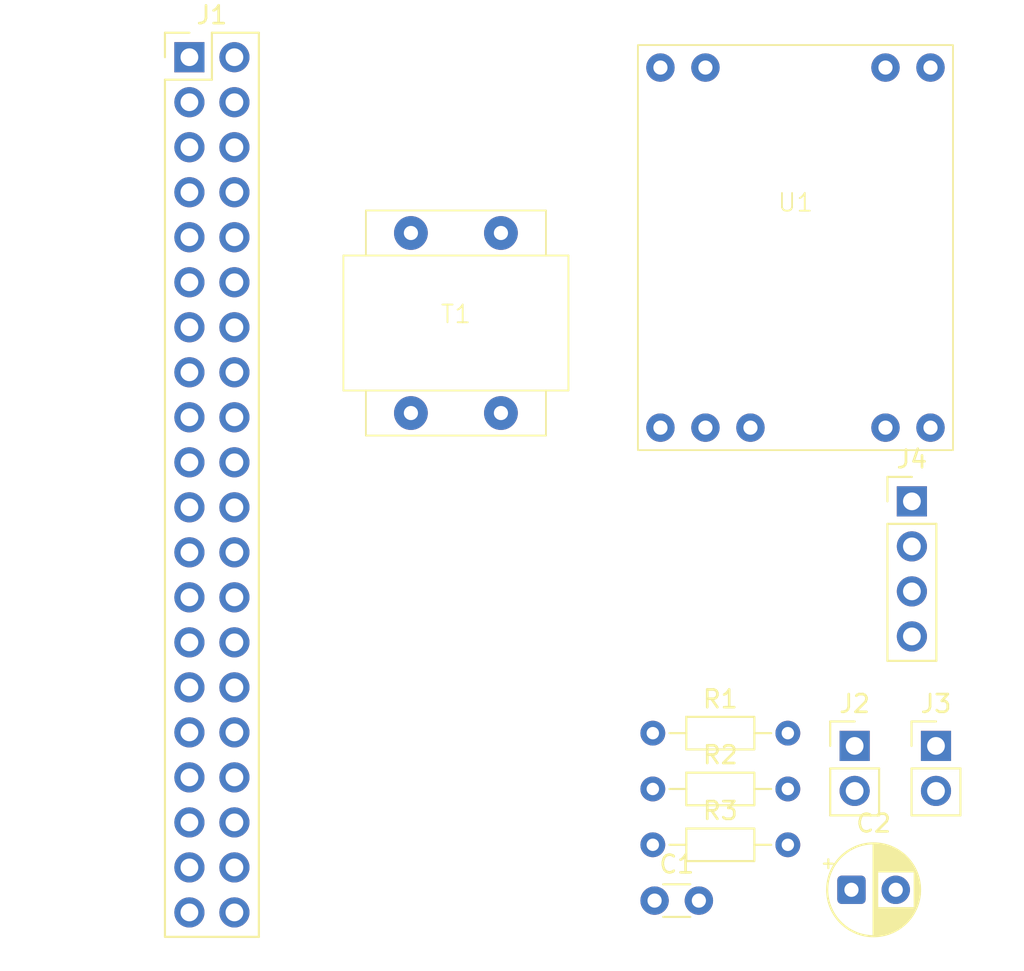
<source format=kicad_pcb>
(kicad_pcb (version 20241229) (generator "pcbnew") (generator_version "9.0")
  (layers (0 "F.Cu" signal) (2 "B.Cu" signal) (13 "F.Paste" user) (15 "B.Paste" user) (5 "F.SilkS" user "F.Silkscreen") (7 "B.SilkS" user "B.Silkscreen") (1 "F.Mask" user) (3 "B.Mask" user) (25 "Edge.Cuts" user))
  (net 0 "")
  (net 1 "GND")
  (net 2 "Net-(C1-Pad1)")
  (net 3 "Net-(U1-GND)_1")
  (net 5 "Net-(J1-Pin_18)")
  (net 14 "Net-(J1-Pin_16)")
  (net 22 "+5V")
  (net 43 "Net-(J2-Pin_1)")
  (net 44 "Net-(J3-Pin_2)")
  (net 45 "Net-(J3-Pin_1)")
  (net 46 "Net-(T1-SB)")
  (net 47 "Net-(U1-GND)")
  (net 48 "Net-(T1-SA)")
  (footprint "Resistor_THT:R_Axial_DIN0204_L3.6mm_D1.6mm_P7.62mm_Horizontal" (layer "F.Cu") (at 136.150225 115.214)
    (property "Reference" "R2" (at 3.81 -1.92 0) (layer "F.SilkS"))
    (property "Value" "R")
    (fp_line (start 0.94 0) (end 1.89 0) (stroke (width 0.12)) (layer "F.SilkS"))
    (fp_line (start 6.68 0) (end 5.73 0) (stroke (width 0.12)) (layer "F.SilkS"))
    (fp_rect (start 1.89 -0.92) (end 5.73 0.92) (stroke (width 0.12)) (fill no) (layer "F.SilkS"))
    (pad "1" thru_hole circle (at 0 0) (size 1.4 1.4) (drill 0.7) (layers "*.Cu" "*.Mask") (net 1 "GND"))
    (pad "2" thru_hole circle (at 7.62 0) (size 1.4 1.4) (drill 0.7) (layers "*.Cu" "*.Mask") (net 3 "Net-(U1-GND)_1"))
  )
  (footprint "Connector_PinHeader_2.54mm:PinHeader_1x02_P2.54mm_Vertical" (layer "F.Cu") (at 152.130225 112.784)
    (property "Reference" "J3" (at 0 -2.38 0) (layer "F.SilkS"))
    (property "Value" "Speaker")
    (fp_line (start -1.38 -1.38) (end 0 -1.38) (stroke (width 0.12)) (layer "F.SilkS"))
    (fp_line (start -1.38 0) (end -1.38 -1.38) (stroke (width 0.12)) (layer "F.SilkS"))
    (fp_line (start -1.38 1.27) (end -1.38 3.92) (stroke (width 0.12)) (layer "F.SilkS"))
    (fp_line (start -1.38 1.27) (end 1.38 1.27) (stroke (width 0.12)) (layer "F.SilkS"))
    (fp_line (start -1.38 3.92) (end 1.38 3.92) (stroke (width 0.12)) (layer "F.SilkS"))
    (fp_line (start 1.38 1.27) (end 1.38 3.92) (stroke (width 0.12)) (layer "F.SilkS"))
    (pad "1" thru_hole rect (at 0 0) (size 1.7 1.7) (drill 1) (layers "*.Cu" "*.Mask") (net 45 "Net-(J3-Pin_1)"))
    (pad "2" thru_hole circle (at 0 2.54) (size 1.7 1.7) (drill 1) (layers "*.Cu" "*.Mask") (net 44 "Net-(J3-Pin_2)"))
  )
  (footprint "JailLab:Audio Isolator" (layer "F.Cu") (at 125.04 88.92)
    (property "Reference" "T1" (at 0 -0.5 0) (layer "F.SilkS") (effects (font (thickness 0.1))))
    (property "Value" "Audio_Isolator")
    (fp_line (start -6.35 -3.81) (end -6.35 -3.81) (stroke (width 0.1)) (layer "F.SilkS"))
    (fp_line (start -6.35 3.81) (end -6.35 -3.81) (stroke (width 0.1)) (layer "F.SilkS"))
    (fp_line (start -5.08 -6.35) (end 5.08 -6.35) (stroke (width 0.1)) (layer "F.SilkS"))
    (fp_line (start -5.08 -3.81) (end -5.08 -6.35) (stroke (width 0.1)) (layer "F.SilkS"))
    (fp_line (start -5.08 3.81) (end -5.08 6.35) (stroke (width 0.1)) (layer "F.SilkS"))
    (fp_line (start -5.08 6.35) (end 5.08 6.35) (stroke (width 0.1)) (layer "F.SilkS"))
    (fp_line (start 5.08 -6.35) (end 5.08 -3.81) (stroke (width 0.1)) (layer "F.SilkS"))
    (fp_line (start 5.08 6.35) (end 5.08 3.81) (stroke (width 0.1)) (layer "F.SilkS"))
    (fp_line (start 6.35 -3.81) (end -6.35 -3.81) (stroke (width 0.1)) (layer "F.SilkS"))
    (fp_line (start 6.35 -3.81) (end 6.35 -3.81) (stroke (width 0.1)) (layer "F.SilkS"))
    (fp_line (start 6.35 -3.81) (end 6.35 3.81) (stroke (width 0.1)) (layer "F.SilkS"))
    (fp_line (start 6.35 3.81) (end -6.35 3.81) (stroke (width 0.1)) (layer "F.SilkS"))
    (pad "1" thru_hole circle (at 2.54 -5.08) (size 1.905 1.905) (drill 0.8) (layers "*.Cu" "*.Mask") (net 14 "Net-(J1-Pin_16)"))
    (pad "2" thru_hole circle (at -2.54 -5.08) (size 1.905 1.905) (drill 0.8) (layers "*.Cu" "*.Mask") (net 1 "GND"))
    (pad "3" thru_hole circle (at -2.54 5.08) (size 1.905 1.905) (drill 0.8) (layers "*.Cu" "*.Mask") (net 48 "Net-(T1-SA)"))
    (pad "4" thru_hole circle (at 2.54 5.08) (size 1.905 1.905) (drill 0.8) (layers "*.Cu" "*.Mask") (net 46 "Net-(T1-SB)"))
  )
  (footprint "JailLab:PAM8403 Module" (layer "F.Cu") (at 144.200225 84.664)
    (property "Reference" "U1" (at 0 -2.54 0) (layer "F.SilkS") (effects (font (thickness 0.1))))
    (property "Value" "~")
    (fp_rect (start -8.89 -11.43) (end 8.89 11.43) (stroke (width 0.1)) (fill no) (layer "F.SilkS"))
    (pad "1" thru_hole circle (at -7.62 10.16) (size 1.6 1.6) (drill 0.8) (layers "*.Cu" "*.Mask") (net 3 "Net-(U1-GND)_1"))
    (pad "2" thru_hole circle (at -5.08 10.16) (size 1.6 1.6) (drill 0.8) (layers "*.Cu" "*.Mask") (net 48 "Net-(T1-SA)"))
    (pad "3" thru_hole circle (at -2.54 10.16) (size 1.6 1.6) (drill 0.8) (layers "*.Cu" "*.Mask"))
    (pad "4" thru_hole circle (at 5.08 10.16) (size 1.6 1.6) (drill 0.8) (layers "*.Cu" "*.Mask") (net 22 "+5V"))
    (pad "5" thru_hole circle (at 7.62 10.16) (size 1.6 1.6) (drill 0.8) (layers "*.Cu" "*.Mask") (net 1 "GND"))
    (pad "6" thru_hole circle (at -7.62 -10.16) (size 1.6 1.6) (drill 0.8) (layers "*.Cu" "*.Mask") (net 44 "Net-(J3-Pin_2)"))
    (pad "7" thru_hole circle (at -5.08 -10.16) (size 1.6 1.6) (drill 0.8) (layers "*.Cu" "*.Mask") (net 47 "Net-(U1-GND)"))
    (pad "8" thru_hole circle (at 5.08 -10.16) (size 1.6 1.6) (drill 0.8) (layers "*.Cu" "*.Mask"))
    (pad "9" thru_hole circle (at 7.62 -10.16) (size 1.6 1.6) (drill 0.8) (layers "*.Cu" "*.Mask"))
  )
  (footprint "Connector_PinHeader_2.54mm:PinHeader_1x04_P2.54mm_Vertical" (layer "F.Cu") (at 150.770225 98.984)
    (property "Reference" "J4" (at 0 -2.38 0) (layer "F.SilkS"))
    (property "Value" "To Video Module")
    (fp_line (start -1.38 -1.38) (end 0 -1.38) (stroke (width 0.12)) (layer "F.SilkS"))
    (fp_line (start -1.38 0) (end -1.38 -1.38) (stroke (width 0.12)) (layer "F.SilkS"))
    (fp_line (start -1.38 1.27) (end -1.38 9) (stroke (width 0.12)) (layer "F.SilkS"))
    (fp_line (start -1.38 1.27) (end 1.38 1.27) (stroke (width 0.12)) (layer "F.SilkS"))
    (fp_line (start -1.38 9) (end 1.38 9) (stroke (width 0.12)) (layer "F.SilkS"))
    (fp_line (start 1.38 1.27) (end 1.38 9) (stroke (width 0.12)) (layer "F.SilkS"))
    (pad "1" thru_hole rect (at 0 0) (size 1.7 1.7) (drill 1) (layers "*.Cu" "*.Mask") (net 22 "+5V"))
    (pad "2" thru_hole circle (at 0 2.54) (size 1.7 1.7) (drill 1) (layers "*.Cu" "*.Mask") (net 5 "Net-(J1-Pin_18)"))
    (pad "3" thru_hole circle (at 0 5.08) (size 1.7 1.7) (drill 1) (layers "*.Cu" "*.Mask") (net 1 "GND"))
    (pad "4" thru_hole circle (at 0 7.62) (size 1.7 1.7) (drill 1) (layers "*.Cu" "*.Mask") (net 43 "Net-(J2-Pin_1)"))
  )
  (footprint "Resistor_THT:R_Axial_DIN0204_L3.6mm_D1.6mm_P7.62mm_Horizontal" (layer "F.Cu") (at 136.150225 112.064)
    (property "Reference" "R1" (at 3.81 -1.92 0) (layer "F.SilkS"))
    (property "Value" "R")
    (fp_line (start 0.94 0) (end 1.89 0) (stroke (width 0.12)) (layer "F.SilkS"))
    (fp_line (start 6.68 0) (end 5.73 0) (stroke (width 0.12)) (layer "F.SilkS"))
    (fp_rect (start 1.89 -0.92) (end 5.73 0.92) (stroke (width 0.12)) (fill no) (layer "F.SilkS"))
    (pad "1" thru_hole circle (at 0 0) (size 1.4 1.4) (drill 0.7) (layers "*.Cu" "*.Mask") (net 46 "Net-(T1-SB)"))
    (pad "2" thru_hole circle (at 7.62 0) (size 1.4 1.4) (drill 0.7) (layers "*.Cu" "*.Mask") (net 2 "Net-(C1-Pad1)"))
  )
  (footprint "Connector_PinHeader_2.54mm:PinHeader_2x20_P2.54mm_Vertical" (layer "F.Cu") (at 110 73.92)
    (property "Reference" "J1" (at 1.27 -2.38 0) (layer "F.SilkS"))
    (property "Value" "Conn_02x20_Counter_Clockwise")
    (fp_line (start -1.38 -1.38) (end 0 -1.38) (stroke (width 0.12)) (layer "F.SilkS"))
    (fp_line (start -1.38 0) (end -1.38 -1.38) (stroke (width 0.12)) (layer "F.SilkS"))
    (fp_line (start -1.38 1.27) (end -1.38 49.64) (stroke (width 0.12)) (layer "F.SilkS"))
    (fp_line (start -1.38 1.27) (end 1.27 1.27) (stroke (width 0.12)) (layer "F.SilkS"))
    (fp_line (start -1.38 49.64) (end 3.92 49.64) (stroke (width 0.12)) (layer "F.SilkS"))
    (fp_line (start 1.27 -1.38) (end 3.92 -1.38) (stroke (width 0.12)) (layer "F.SilkS"))
    (fp_line (start 1.27 1.27) (end 1.27 -1.38) (stroke (width 0.12)) (layer "F.SilkS"))
    (fp_line (start 3.92 -1.38) (end 3.92 49.64) (stroke (width 0.12)) (layer "F.SilkS"))
    (pad "1" thru_hole rect (at 0 0) (size 1.7 1.7) (drill 1) (layers "*.Cu" "*.Mask") (net 22 "+5V"))
    (pad "2" thru_hole circle (at 2.54 0) (size 1.7 1.7) (drill 1) (layers "*.Cu" "*.Mask"))
    (pad "3" thru_hole circle (at 0 2.54) (size 1.7 1.7) (drill 1) (layers "*.Cu" "*.Mask") (net 1 "GND"))
    (pad "4" thru_hole circle (at 2.54 2.54) (size 1.7 1.7) (drill 1) (layers "*.Cu" "*.Mask"))
    (pad "5" thru_hole circle (at 0 5.08) (size 1.7 1.7) (drill 1) (layers "*.Cu" "*.Mask"))
    (pad "6" thru_hole circle (at 2.54 5.08) (size 1.7 1.7) (drill 1) (layers "*.Cu" "*.Mask"))
    (pad "7" thru_hole circle (at 0 7.62) (size 1.7 1.7) (drill 1) (layers "*.Cu" "*.Mask"))
    (pad "8" thru_hole circle (at 2.54 7.62) (size 1.7 1.7) (drill 1) (layers "*.Cu" "*.Mask"))
    (pad "9" thru_hole circle (at 0 10.16) (size 1.7 1.7) (drill 1) (layers "*.Cu" "*.Mask"))
    (pad "10" thru_hole circle (at 2.54 10.16) (size 1.7 1.7) (drill 1) (layers "*.Cu" "*.Mask"))
    (pad "11" thru_hole circle (at 0 12.7) (size 1.7 1.7) (drill 1) (layers "*.Cu" "*.Mask"))
    (pad "12" thru_hole circle (at 2.54 12.7) (size 1.7 1.7) (drill 1) (layers "*.Cu" "*.Mask"))
    (pad "13" thru_hole circle (at 0 15.24) (size 1.7 1.7) (drill 1) (layers "*.Cu" "*.Mask"))
    (pad "14" thru_hole circle (at 2.54 15.24) (size 1.7 1.7) (drill 1) (layers "*.Cu" "*.Mask"))
    (pad "15" thru_hole circle (at 0 17.78) (size 1.7 1.7) (drill 1) (layers "*.Cu" "*.Mask"))
    (pad "16" thru_hole circle (at 2.54 17.78) (size 1.7 1.7) (drill 1) (layers "*.Cu" "*.Mask") (net 14 "Net-(J1-Pin_16)"))
    (pad "17" thru_hole circle (at 0 20.32) (size 1.7 1.7) (drill 1) (layers "*.Cu" "*.Mask"))
    (pad "18" thru_hole circle (at 2.54 20.32) (size 1.7 1.7) (drill 1) (layers "*.Cu" "*.Mask") (net 5 "Net-(J1-Pin_18)"))
    (pad "19" thru_hole circle (at 0 22.86) (size 1.7 1.7) (drill 1) (layers "*.Cu" "*.Mask"))
    (pad "20" thru_hole circle (at 2.54 22.86) (size 1.7 1.7) (drill 1) (layers "*.Cu" "*.Mask"))
    (pad "21" thru_hole circle (at 0 25.4) (size 1.7 1.7) (drill 1) (layers "*.Cu" "*.Mask"))
    (pad "22" thru_hole circle (at 2.54 25.4) (size 1.7 1.7) (drill 1) (layers "*.Cu" "*.Mask"))
    (pad "23" thru_hole circle (at 0 27.94) (size 1.7 1.7) (drill 1) (layers "*.Cu" "*.Mask"))
    (pad "24" thru_hole circle (at 2.54 27.94) (size 1.7 1.7) (drill 1) (layers "*.Cu" "*.Mask"))
    (pad "25" thru_hole circle (at 0 30.48) (size 1.7 1.7) (drill 1) (layers "*.Cu" "*.Mask"))
    (pad "26" thru_hole circle (at 2.54 30.48) (size 1.7 1.7) (drill 1) (layers "*.Cu" "*.Mask"))
    (pad "27" thru_hole circle (at 0 33.02) (size 1.7 1.7) (drill 1) (layers "*.Cu" "*.Mask"))
    (pad "28" thru_hole circle (at 2.54 33.02) (size 1.7 1.7) (drill 1) (layers "*.Cu" "*.Mask"))
    (pad "29" thru_hole circle (at 0 35.56) (size 1.7 1.7) (drill 1) (layers "*.Cu" "*.Mask"))
    (pad "30" thru_hole circle (at 2.54 35.56) (size 1.7 1.7) (drill 1) (layers "*.Cu" "*.Mask"))
    (pad "31" thru_hole circle (at 0 38.1) (size 1.7 1.7) (drill 1) (layers "*.Cu" "*.Mask"))
    (pad "32" thru_hole circle (at 2.54 38.1) (size 1.7 1.7) (drill 1) (layers "*.Cu" "*.Mask"))
    (pad "33" thru_hole circle (at 0 40.64) (size 1.7 1.7) (drill 1) (layers "*.Cu" "*.Mask"))
    (pad "34" thru_hole circle (at 2.54 40.64) (size 1.7 1.7) (drill 1) (layers "*.Cu" "*.Mask"))
    (pad "35" thru_hole circle (at 0 43.18) (size 1.7 1.7) (drill 1) (layers "*.Cu" "*.Mask"))
    (pad "36" thru_hole circle (at 2.54 43.18) (size 1.7 1.7) (drill 1) (layers "*.Cu" "*.Mask"))
    (pad "37" thru_hole circle (at 0 45.72) (size 1.7 1.7) (drill 1) (layers "*.Cu" "*.Mask"))
    (pad "38" thru_hole circle (at 2.54 45.72) (size 1.7 1.7) (drill 1) (layers "*.Cu" "*.Mask"))
    (pad "39" thru_hole circle (at 0 48.26) (size 1.7 1.7) (drill 1) (layers "*.Cu" "*.Mask"))
    (pad "40" thru_hole circle (at 2.54 48.26) (size 1.7 1.7) (drill 1) (layers "*.Cu" "*.Mask"))
  )
  (footprint "Capacitor_THT:CP_Radial_D5.0mm_P2.50mm" (layer "F.Cu") (at 147.36 120.904)
    (property "Reference" "C2" (at 1.25 -3.75 0) (layer "F.SilkS"))
    (property "Value" "C_Polarized")
    (fp_line (start -1.554775 -1.475) (end -1.054775 -1.475) (stroke (width 0.12)) (layer "F.SilkS"))
    (fp_line (start -1.304775 -1.725) (end -1.304775 -1.225) (stroke (width 0.12)) (layer "F.SilkS"))
    (fp_line (start 1.25 -2.58) (end 1.25 2.58) (stroke (width 0.12)) (layer "F.SilkS"))
    (fp_line (start 1.29 -2.58) (end 1.29 2.58) (stroke (width 0.12)) (layer "F.SilkS"))
    (fp_line (start 1.33 -2.579) (end 1.33 2.579) (stroke (width 0.12)) (layer "F.SilkS"))
    (fp_line (start 1.37 -2.577) (end 1.37 2.577) (stroke (width 0.12)) (layer "F.SilkS"))
    (fp_line (start 1.41 -2.575) (end 1.41 2.575) (stroke (width 0.12)) (layer "F.SilkS"))
    (fp_line (start 1.45 -2.572) (end 1.45 2.572) (stroke (width 0.12)) (layer "F.SilkS"))
    (fp_line (start 1.49 -2.569) (end 1.49 -1.04) (stroke (width 0.12)) (layer "F.SilkS"))
    (fp_line (start 1.49 1.04) (end 1.49 2.569) (stroke (width 0.12)) (layer "F.SilkS"))
    (fp_line (start 1.53 -2.565) (end 1.53 -1.04) (stroke (width 0.12)) (layer "F.SilkS"))
    (fp_line (start 1.53 1.04) (end 1.53 2.565) (stroke (width 0.12)) (layer "F.SilkS"))
    (fp_line (start 1.57 -2.56) (end 1.57 -1.04) (stroke (width 0.12)) (layer "F.SilkS"))
    (fp_line (start 1.57 1.04) (end 1.57 2.56) (stroke (width 0.12)) (layer "F.SilkS"))
    (fp_line (start 1.61 -2.555) (end 1.61 -1.04) (stroke (width 0.12)) (layer "F.SilkS"))
    (fp_line (start 1.61 1.04) (end 1.61 2.555) (stroke (width 0.12)) (layer "F.SilkS"))
    (fp_line (start 1.65 -2.549) (end 1.65 -1.04) (stroke (width 0.12)) (layer "F.SilkS"))
    (fp_line (start 1.65 1.04) (end 1.65 2.549) (stroke (width 0.12)) (layer "F.SilkS"))
    (fp_line (start 1.69 -2.543) (end 1.69 -1.04) (stroke (width 0.12)) (layer "F.SilkS"))
    (fp_line (start 1.69 1.04) (end 1.69 2.543) (stroke (width 0.12)) (layer "F.SilkS"))
    (fp_line (start 1.73 -2.536) (end 1.73 -1.04) (stroke (width 0.12)) (layer "F.SilkS"))
    (fp_line (start 1.73 1.04) (end 1.73 2.536) (stroke (width 0.12)) (layer "F.SilkS"))
    (fp_line (start 1.77 -2.528) (end 1.77 -1.04) (stroke (width 0.12)) (layer "F.SilkS"))
    (fp_line (start 1.77 1.04) (end 1.77 2.528) (stroke (width 0.12)) (layer "F.SilkS"))
    (fp_line (start 1.81 -2.519) (end 1.81 -1.04) (stroke (width 0.12)) (layer "F.SilkS"))
    (fp_line (start 1.81 1.04) (end 1.81 2.519) (stroke (width 0.12)) (layer "F.SilkS"))
    (fp_line (start 1.85 -2.51) (end 1.85 -1.04) (stroke (width 0.12)) (layer "F.SilkS"))
    (fp_line (start 1.85 1.04) (end 1.85 2.51) (stroke (width 0.12)) (layer "F.SilkS"))
    (fp_line (start 1.89 -2.501) (end 1.89 -1.04) (stroke (width 0.12)) (layer "F.SilkS"))
    (fp_line (start 1.89 1.04) (end 1.89 2.501) (stroke (width 0.12)) (layer "F.SilkS"))
    (fp_line (start 1.93 -2.49) (end 1.93 -1.04) (stroke (width 0.12)) (layer "F.SilkS"))
    (fp_line (start 1.93 1.04) (end 1.93 2.49) (stroke (width 0.12)) (layer "F.SilkS"))
    (fp_line (start 1.97 -2.479) (end 1.97 -1.04) (stroke (width 0.12)) (layer "F.SilkS"))
    (fp_line (start 1.97 1.04) (end 1.97 2.479) (stroke (width 0.12)) (layer "F.SilkS"))
    (fp_line (start 2.01 -2.467) (end 2.01 -1.04) (stroke (width 0.12)) (layer "F.SilkS"))
    (fp_line (start 2.01 1.04) (end 2.01 2.467) (stroke (width 0.12)) (layer "F.SilkS"))
    (fp_line (start 2.05 -2.455) (end 2.05 -1.04) (stroke (width 0.12)) (layer "F.SilkS"))
    (fp_line (start 2.05 1.04) (end 2.05 2.455) (stroke (width 0.12)) (layer "F.SilkS"))
    (fp_line (start 2.09 -2.442) (end 2.09 -1.04) (stroke (width 0.12)) (layer "F.SilkS"))
    (fp_line (start 2.09 1.04) (end 2.09 2.442) (stroke (width 0.12)) (layer "F.SilkS"))
    (fp_line (start 2.13 -2.428) (end 2.13 -1.04) (stroke (width 0.12)) (layer "F.SilkS"))
    (fp_line (start 2.13 1.04) (end 2.13 2.428) (stroke (width 0.12)) (layer "F.SilkS"))
    (fp_line (start 2.17 -2.413) (end 2.17 -1.04) (stroke (width 0.12)) (layer "F.SilkS"))
    (fp_line (start 2.17 1.04) (end 2.17 2.413) (stroke (width 0.12)) (layer "F.SilkS"))
    (fp_line (start 2.21 -2.398) (end 2.21 -1.04) (stroke (width 0.12)) (layer "F.SilkS"))
    (fp_line (start 2.21 1.04) (end 2.21 2.398) (stroke (width 0.12)) (layer "F.SilkS"))
    (fp_line (start 2.25 -2.382) (end 2.25 -1.04) (stroke (width 0.12)) (layer "F.SilkS"))
    (fp_line (start 2.25 1.04) (end 2.25 2.382) (stroke (width 0.12)) (layer "F.SilkS"))
    (fp_line (start 2.29 -2.365) (end 2.29 -1.04) (stroke (width 0.12)) (layer "F.SilkS"))
    (fp_line (start 2.29 1.04) (end 2.29 2.365) (stroke (width 0.12)) (layer "F.SilkS"))
    (fp_line (start 2.33 -2.347) (end 2.33 -1.04) (stroke (width 0.12)) (layer "F.SilkS"))
    (fp_line (start 2.33 1.04) (end 2.33 2.347) (stroke (width 0.12)) (layer "F.SilkS"))
    (fp_line (start 2.37 -2.329) (end 2.37 -1.04) (stroke (width 0.12)) (layer "F.SilkS"))
    (fp_line (start 2.37 1.04) (end 2.37 2.329) (stroke (width 0.12)) (layer "F.SilkS"))
    (fp_line (start 2.41 -2.309) (end 2.41 -1.04) (stroke (width 0.12)) (layer "F.SilkS"))
    (fp_line (start 2.41 1.04) (end 2.41 2.309) (stroke (width 0.12)) (layer "F.SilkS"))
    (fp_line (start 2.45 -2.289) (end 2.45 -1.04) (stroke (width 0.12)) (layer "F.SilkS"))
    (fp_line (start 2.45 1.04) (end 2.45 2.289) (stroke (width 0.12)) (layer "F.SilkS"))
    (fp_line (start 2.49 -2.268) (end 2.49 -1.04) (stroke (width 0.12)) (layer "F.SilkS"))
    (fp_line (start 2.49 1.04) (end 2.49 2.268) (stroke (width 0.12)) (layer "F.SilkS"))
    (fp_line (start 2.53 -2.246) (end 2.53 -1.04) (stroke (width 0.12)) (layer "F.SilkS"))
    (fp_line (start 2.53 1.04) (end 2.53 2.246) (stroke (width 0.12)) (layer "F.SilkS"))
    (fp_line (start 2.57 -2.223) (end 2.57 -1.04) (stroke (width 0.12)) (layer "F.SilkS"))
    (fp_line (start 2.57 1.04) (end 2.57 2.223) (stroke (width 0.12)) (layer "F.SilkS"))
    (fp_line (start 2.61 -2.199) (end 2.61 -1.04) (stroke (width 0.12)) (layer "F.SilkS"))
    (fp_line (start 2.61 1.04) (end 2.61 2.199) (stroke (width 0.12)) (layer "F.SilkS"))
    (fp_line (start 2.65 -2.175) (end 2.65 -1.04) (stroke (width 0.12)) (layer "F.SilkS"))
    (fp_line (start 2.65 1.04) (end 2.65 2.175) (stroke (width 0.12)) (layer "F.SilkS"))
    (fp_line (start 2.69 -2.149) (end 2.69 -1.04) (stroke (width 0.12)) (layer "F.SilkS"))
    (fp_line (start 2.69 1.04) (end 2.69 2.149) (stroke (width 0.12)) (layer "F.SilkS"))
    (fp_line (start 2.73 -2.122) (end 2.73 -1.04) (stroke (width 0.12)) (layer "F.SilkS"))
    (fp_line (start 2.73 1.04) (end 2.73 2.122) (stroke (width 0.12)) (layer "F.SilkS"))
    (fp_line (start 2.77 -2.094) (end 2.77 -1.04) (stroke (width 0.12)) (layer "F.SilkS"))
    (fp_line (start 2.77 1.04) (end 2.77 2.094) (stroke (width 0.12)) (layer "F.SilkS"))
    (fp_line (start 2.81 -2.065) (end 2.81 -1.04) (stroke (width 0.12)) (layer "F.SilkS"))
    (fp_line (start 2.81 1.04) (end 2.81 2.065) (stroke (width 0.12)) (layer "F.SilkS"))
    (fp_line (start 2.85 -2.035) (end 2.85 -1.04) (stroke (width 0.12)) (layer "F.SilkS"))
    (fp_line (start 2.85 1.04) (end 2.85 2.035) (stroke (width 0.12)) (layer "F.SilkS"))
    (fp_line (start 2.89 -2.003) (end 2.89 -1.04) (stroke (width 0.12)) (layer "F.SilkS"))
    (fp_line (start 2.89 1.04) (end 2.89 2.003) (stroke (width 0.12)) (layer "F.SilkS"))
    (fp_line (start 2.93 -1.97) (end 2.93 -1.04) (stroke (width 0.12)) (layer "F.SilkS"))
    (fp_line (start 2.93 1.04) (end 2.93 1.97) (stroke (width 0.12)) (layer "F.SilkS"))
    (fp_line (start 2.97 -1.936) (end 2.97 -1.04) (stroke (width 0.12)) (layer "F.SilkS"))
    (fp_line (start 2.97 1.04) (end 2.97 1.936) (stroke (width 0.12)) (layer "F.SilkS"))
    (fp_line (start 3.01 -1.901) (end 3.01 -1.04) (stroke (width 0.12)) (layer "F.SilkS"))
    (fp_line (start 3.01 1.04) (end 3.01 1.901) (stroke (width 0.12)) (layer "F.SilkS"))
    (fp_line (start 3.05 -1.864) (end 3.05 -1.04) (stroke (width 0.12)) (layer "F.SilkS"))
    (fp_line (start 3.05 1.04) (end 3.05 1.864) (stroke (width 0.12)) (layer "F.SilkS"))
    (fp_line (start 3.09 -1.825) (end 3.09 -1.04) (stroke (width 0.12)) (layer "F.SilkS"))
    (fp_line (start 3.09 1.04) (end 3.09 1.825) (stroke (width 0.12)) (layer "F.SilkS"))
    (fp_line (start 3.13 -1.785) (end 3.13 -1.04) (stroke (width 0.12)) (layer "F.SilkS"))
    (fp_line (start 3.13 1.04) (end 3.13 1.785) (stroke (width 0.12)) (layer "F.SilkS"))
    (fp_line (start 3.17 -1.743) (end 3.17 -1.04) (stroke (width 0.12)) (layer "F.SilkS"))
    (fp_line (start 3.17 1.04) (end 3.17 1.743) (stroke (width 0.12)) (layer "F.SilkS"))
    (fp_line (start 3.21 -1.699) (end 3.21 -1.04) (stroke (width 0.12)) (layer "F.SilkS"))
    (fp_line (start 3.21 1.04) (end 3.21 1.699) (stroke (width 0.12)) (layer "F.SilkS"))
    (fp_line (start 3.25 -1.652) (end 3.25 -1.04) (stroke (width 0.12)) (layer "F.SilkS"))
    (fp_line (start 3.25 1.04) (end 3.25 1.652) (stroke (width 0.12)) (layer "F.SilkS"))
    (fp_line (start 3.29 -1.604) (end 3.29 -1.04) (stroke (width 0.12)) (layer "F.SilkS"))
    (fp_line (start 3.29 1.04) (end 3.29 1.604) (stroke (width 0.12)) (layer "F.SilkS"))
    (fp_line (start 3.33 -1.553) (end 3.33 -1.04) (stroke (width 0.12)) (layer "F.SilkS"))
    (fp_line (start 3.33 1.04) (end 3.33 1.553) (stroke (width 0.12)) (layer "F.SilkS"))
    (fp_line (start 3.37 -1.499) (end 3.37 -1.04) (stroke (width 0.12)) (layer "F.SilkS"))
    (fp_line (start 3.37 1.04) (end 3.37 1.499) (stroke (width 0.12)) (layer "F.SilkS"))
    (fp_line (start 3.41 -1.443) (end 3.41 -1.04) (stroke (width 0.12)) (layer "F.SilkS"))
    (fp_line (start 3.41 1.04) (end 3.41 1.443) (stroke (width 0.12)) (layer "F.SilkS"))
    (fp_line (start 3.45 -1.383) (end 3.45 -1.04) (stroke (width 0.12)) (layer "F.SilkS"))
    (fp_line (start 3.45 1.04) (end 3.45 1.383) (stroke (width 0.12)) (layer "F.SilkS"))
    (fp_line (start 3.49 -1.319) (end 3.49 -1.04) (stroke (width 0.12)) (layer "F.SilkS"))
    (fp_line (start 3.49 1.04) (end 3.49 1.319) (stroke (width 0.12)) (layer "F.SilkS"))
    (fp_line (start 3.53 -1.251) (end 3.53 -1.04) (stroke (width 0.12)) (layer "F.SilkS"))
    (fp_line (start 3.53 1.04) (end 3.53 1.251) (stroke (width 0.12)) (layer "F.SilkS"))
    (fp_line (start 3.57 -1.177) (end 3.57 1.177) (stroke (width 0.12)) (layer "F.SilkS"))
    (fp_line (start 3.61 -1.098) (end 3.61 1.098) (stroke (width 0.12)) (layer "F.SilkS"))
    (fp_line (start 3.65 -1.011) (end 3.65 1.011) (stroke (width 0.12)) (layer "F.SilkS"))
    (fp_line (start 3.69 -0.914) (end 3.69 0.914) (stroke (width 0.12)) (layer "F.SilkS"))
    (fp_line (start 3.73 -0.805) (end 3.73 0.805) (stroke (width 0.12)) (layer "F.SilkS"))
    (fp_line (start 3.77 -0.677) (end 3.77 0.677) (stroke (width 0.12)) (layer "F.SilkS"))
    (fp_line (start 3.81 -0.517) (end 3.81 0.517) (stroke (width 0.12)) (layer "F.SilkS"))
    (fp_line (start 3.85 -0.283) (end 3.85 0.283) (stroke (width 0.12)) (layer "F.SilkS"))
    (fp_circle (center 1.25 0) (end 3.87 0) (stroke (width 0.12)) (fill no) (layer "F.SilkS"))
    (pad "1" thru_hole roundrect (at 0 0) (size 1.6 1.6) (drill 0.8) (layers "*.Cu" "*.Mask") (roundrect_rratio 0.15625) (net 2 "Net-(C1-Pad1)"))
    (pad "2" thru_hole circle (at 2.5 0) (size 1.6 1.6) (drill 0.8) (layers "*.Cu" "*.Mask") (net 3 "Net-(U1-GND)_1"))
  )
  (footprint "Connector_PinHeader_2.54mm:PinHeader_1x02_P2.54mm_Vertical" (layer "F.Cu") (at 147.540225 112.784)
    (property "Reference" "J2" (at 0 -2.38 0) (layer "F.SilkS"))
    (property "Value" "Composite Signal")
    (fp_line (start -1.38 -1.38) (end 0 -1.38) (stroke (width 0.12)) (layer "F.SilkS"))
    (fp_line (start -1.38 0) (end -1.38 -1.38) (stroke (width 0.12)) (layer "F.SilkS"))
    (fp_line (start -1.38 1.27) (end -1.38 3.92) (stroke (width 0.12)) (layer "F.SilkS"))
    (fp_line (start -1.38 1.27) (end 1.38 1.27) (stroke (width 0.12)) (layer "F.SilkS"))
    (fp_line (start -1.38 3.92) (end 1.38 3.92) (stroke (width 0.12)) (layer "F.SilkS"))
    (fp_line (start 1.38 1.27) (end 1.38 3.92) (stroke (width 0.12)) (layer "F.SilkS"))
    (pad "1" thru_hole rect (at 0 0) (size 1.7 1.7) (drill 1) (layers "*.Cu" "*.Mask") (net 43 "Net-(J2-Pin_1)"))
    (pad "2" thru_hole circle (at 0 2.54) (size 1.7 1.7) (drill 1) (layers "*.Cu" "*.Mask") (net 1 "GND"))
  )
  (footprint "Resistor_THT:R_Axial_DIN0204_L3.6mm_D1.6mm_P7.62mm_Horizontal" (layer "F.Cu") (at 136.150225 118.364)
    (property "Reference" "R3" (at 3.81 -1.92 0) (layer "F.SilkS"))
    (property "Value" "R")
    (fp_line (start 0.94 0) (end 1.89 0) (stroke (width 0.12)) (layer "F.SilkS"))
    (fp_line (start 6.68 0) (end 5.73 0) (stroke (width 0.12)) (layer "F.SilkS"))
    (fp_rect (start 1.89 -0.92) (end 5.73 0.92) (stroke (width 0.12)) (fill no) (layer "F.SilkS"))
    (pad "1" thru_hole circle (at 0 0) (size 1.4 1.4) (drill 0.7) (layers "*.Cu" "*.Mask") (net 47 "Net-(U1-GND)"))
    (pad "2" thru_hole circle (at 7.62 0) (size 1.4 1.4) (drill 0.7) (layers "*.Cu" "*.Mask") (net 45 "Net-(J3-Pin_1)"))
  )
  (footprint "Capacitor_THT:C_Disc_D3.0mm_W1.6mm_P2.50mm" (layer "F.Cu") (at 136.250225 121.514)
    (property "Reference" "C1" (at 1.25 -2.05 0) (layer "F.SilkS"))
    (property "Value" "C")
    (fp_line (start 0.485 -0.92) (end 2.015 -0.92) (stroke (width 0.12)) (layer "F.SilkS"))
    (fp_line (start 2.015 0.92) (end 0.485 0.92) (stroke (width 0.12)) (layer "F.SilkS"))
    (pad "1" thru_hole circle (at 0 0) (size 1.6 1.6) (drill 0.8) (layers "*.Cu" "*.Mask") (net 2 "Net-(C1-Pad1)"))
    (pad "2" thru_hole circle (at 2.5 0) (size 1.6 1.6) (drill 0.8) (layers "*.Cu" "*.Mask") (net 1 "GND"))
  )
)
</source>
